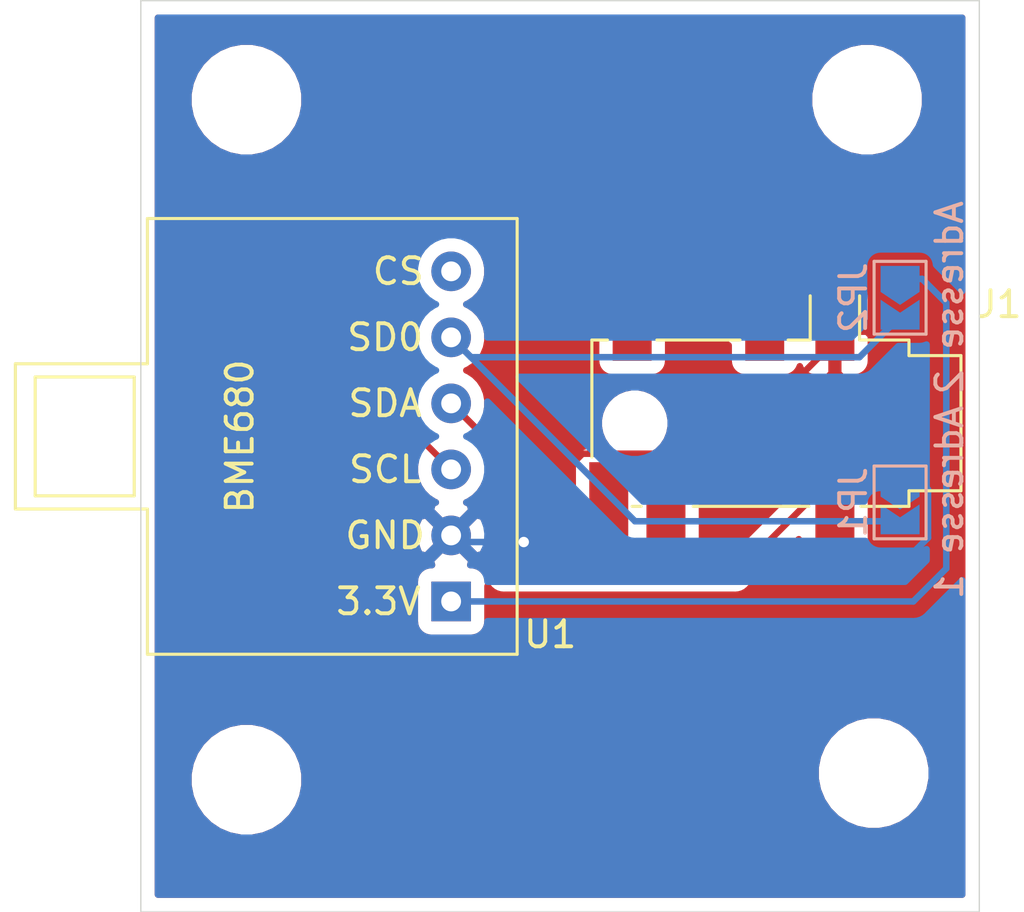
<source format=kicad_pcb>
(kicad_pcb (version 20171130) (host pcbnew "(5.1.2)-2")

  (general
    (thickness 1.6)
    (drawings 4)
    (tracks 38)
    (zones 0)
    (modules 8)
    (nets 7)
  )

  (page A4)
  (layers
    (0 F.Cu signal)
    (31 B.Cu signal)
    (32 B.Adhes user)
    (33 F.Adhes user)
    (34 B.Paste user)
    (35 F.Paste user)
    (36 B.SilkS user)
    (37 F.SilkS user)
    (38 B.Mask user)
    (39 F.Mask user)
    (40 Dwgs.User user)
    (41 Cmts.User user)
    (42 Eco1.User user)
    (43 Eco2.User user)
    (44 Edge.Cuts user)
    (45 Margin user)
    (46 B.CrtYd user)
    (47 F.CrtYd user)
    (48 B.Fab user)
    (49 F.Fab user)
  )

  (setup
    (last_trace_width 0.25)
    (trace_clearance 0.2)
    (zone_clearance 0.508)
    (zone_45_only no)
    (trace_min 0.2)
    (via_size 0.8)
    (via_drill 0.4)
    (via_min_size 0.4)
    (via_min_drill 0.3)
    (uvia_size 0.3)
    (uvia_drill 0.1)
    (uvias_allowed no)
    (uvia_min_size 0.2)
    (uvia_min_drill 0.1)
    (edge_width 0.05)
    (segment_width 0.2)
    (pcb_text_width 0.3)
    (pcb_text_size 1.5 1.5)
    (mod_edge_width 0.12)
    (mod_text_size 1 1)
    (mod_text_width 0.15)
    (pad_size 1.524 1.524)
    (pad_drill 0.762)
    (pad_to_mask_clearance 0.051)
    (solder_mask_min_width 0.25)
    (aux_axis_origin 0 0)
    (visible_elements FFFFEF7F)
    (pcbplotparams
      (layerselection 0x010fc_ffffffff)
      (usegerberextensions false)
      (usegerberattributes false)
      (usegerberadvancedattributes false)
      (creategerberjobfile false)
      (excludeedgelayer true)
      (linewidth 0.100000)
      (plotframeref false)
      (viasonmask false)
      (mode 1)
      (useauxorigin false)
      (hpglpennumber 1)
      (hpglpenspeed 20)
      (hpglpendiameter 15.000000)
      (psnegative false)
      (psa4output false)
      (plotreference true)
      (plotvalue true)
      (plotinvisibletext false)
      (padsonsilk false)
      (subtractmaskfromsilk false)
      (outputformat 1)
      (mirror false)
      (drillshape 1)
      (scaleselection 1)
      (outputdirectory ""))
  )

  (net 0 "")
  (net 1 "Net-(J1-PadR2)")
  (net 2 "Net-(J1-PadT)")
  (net 3 "Net-(J1-PadR1)")
  (net 4 "Net-(JP1-Pad2)")
  (net 5 "Net-(U1-Pad6)")
  (net 6 GND)

  (net_class Default "Ceci est la Netclass par défaut."
    (clearance 0.2)
    (trace_width 0.25)
    (via_dia 0.8)
    (via_drill 0.4)
    (uvia_dia 0.3)
    (uvia_drill 0.1)
    (add_net GND)
    (add_net "Net-(J1-PadR1)")
    (add_net "Net-(J1-PadR2)")
    (add_net "Net-(J1-PadT)")
    (add_net "Net-(JP1-Pad2)")
    (add_net "Net-(U1-Pad6)")
  )

  (module MountingHole:MountingHole_3.2mm_M3 (layer F.Cu) (tedit 56D1B4CB) (tstamp 5F2C5958)
    (at 137.922 82.296)
    (descr "Mounting Hole 3.2mm, no annular, M3")
    (tags "mounting hole 3.2mm no annular m3")
    (attr virtual)
    (fp_text reference REF** (at 0 -4.2) (layer F.SilkS) hide
      (effects (font (size 1 1) (thickness 0.15)))
    )
    (fp_text value M3 (at 0 4.2) (layer F.Fab)
      (effects (font (size 1 1) (thickness 0.15)))
    )
    (fp_text user %R (at 0.3 0) (layer F.Fab)
      (effects (font (size 1 1) (thickness 0.15)))
    )
    (fp_circle (center 0 0) (end 3.2 0) (layer Cmts.User) (width 0.15))
    (fp_circle (center 0 0) (end 3.45 0) (layer F.CrtYd) (width 0.05))
    (pad 1 np_thru_hole circle (at 0 0) (size 3.2 3.2) (drill 3.2) (layers *.Cu *.Mask))
  )

  (module MountingHole:MountingHole_3.2mm_M3 (layer F.Cu) (tedit 56D1B4CB) (tstamp 5F2C5D77)
    (at 162.052 82.042)
    (descr "Mounting Hole 3.2mm, no annular, M3")
    (tags "mounting hole 3.2mm no annular m3")
    (attr virtual)
    (fp_text reference REF** (at 0 -4.2) (layer F.SilkS) hide
      (effects (font (size 1 1) (thickness 0.15)))
    )
    (fp_text value M3 (at 0 4.2) (layer F.Fab)
      (effects (font (size 1 1) (thickness 0.15)))
    )
    (fp_circle (center 0 0) (end 3.45 0) (layer F.CrtYd) (width 0.05))
    (fp_circle (center 0 0) (end 3.2 0) (layer Cmts.User) (width 0.15))
    (fp_text user %R (at 0.3 0) (layer F.Fab)
      (effects (font (size 1 1) (thickness 0.15)))
    )
    (pad 1 np_thru_hole circle (at 0 0) (size 3.2 3.2) (drill 3.2) (layers *.Cu *.Mask))
  )

  (module MountingHole:MountingHole_3.2mm_M3 (layer F.Cu) (tedit 56D1B4CB) (tstamp 5F2C5D53)
    (at 137.922 56.134)
    (descr "Mounting Hole 3.2mm, no annular, M3")
    (tags "mounting hole 3.2mm no annular m3")
    (attr virtual)
    (fp_text reference REF** (at 0 -4.2) (layer F.SilkS) hide
      (effects (font (size 1 1) (thickness 0.15)))
    )
    (fp_text value MountingHole_3.2mm_M3 (at 0 4.2) (layer F.Fab)
      (effects (font (size 1 1) (thickness 0.15)))
    )
    (fp_circle (center 0 0) (end 3.45 0) (layer F.CrtYd) (width 0.05))
    (fp_circle (center 0 0) (end 3.2 0) (layer Cmts.User) (width 0.15))
    (fp_text user %R (at 0.3 0) (layer F.Fab)
      (effects (font (size 1 1) (thickness 0.15)))
    )
    (pad 1 np_thru_hole circle (at 0 0) (size 3.2 3.2) (drill 3.2) (layers *.Cu *.Mask))
  )

  (module MountingHole:MountingHole_3.2mm_M3 (layer F.Cu) (tedit 56D1B4CB) (tstamp 5F2C5946)
    (at 161.798 56.134)
    (descr "Mounting Hole 3.2mm, no annular, M3")
    (tags "mounting hole 3.2mm no annular m3")
    (attr virtual)
    (fp_text reference REF** (at 6.604 -3.302) (layer F.SilkS) hide
      (effects (font (size 1 1) (thickness 0.15)))
    )
    (fp_text value M3 (at 0.254 4.572) (layer F.Fab)
      (effects (font (size 1 1) (thickness 0.15)))
    )
    (fp_circle (center 0 0) (end 3.45 0) (layer F.CrtYd) (width 0.05))
    (fp_circle (center 0 0) (end 3.2 0) (layer Cmts.User) (width 0.15))
    (fp_text user %R (at 0.3 0) (layer F.Fab)
      (effects (font (size 1 1) (thickness 0.15)))
    )
    (pad 1 np_thru_hole circle (at 0 0) (size 3.2 3.2) (drill 3.2) (layers *.Cu *.Mask))
  )

  (module sechoir_solaire:BME680 (layer F.Cu) (tedit 5F2BF999) (tstamp 5F2C5446)
    (at 143.764 62.23 180)
    (path /5F2C0F60)
    (fp_text reference U1 (at -5.842 -14.478) (layer F.SilkS)
      (effects (font (size 1 1) (thickness 0.15)))
    )
    (fp_text value BME680 (at 6.096 -6.858 270) (layer F.SilkS)
      (effects (font (size 1 1) (thickness 0.15)))
    )
    (fp_text user CS (at 0 -0.508) (layer F.SilkS)
      (effects (font (size 1 1) (thickness 0.15)))
    )
    (fp_text user SD0 (at 0.508 -3.048) (layer F.SilkS)
      (effects (font (size 1 1) (thickness 0.15)))
    )
    (fp_text user SDA (at 0.508 -5.588) (layer F.SilkS)
      (effects (font (size 1 1) (thickness 0.15)))
    )
    (fp_text user SCL (at 0.508 -8.128) (layer F.SilkS)
      (effects (font (size 1 1) (thickness 0.15)))
    )
    (fp_text user GND (at 0.508 -10.668) (layer F.SilkS)
      (effects (font (size 1 1) (thickness 0.15)))
    )
    (fp_text user 3.3V (at 0.762 -13.208) (layer F.SilkS)
      (effects (font (size 1 1) (thickness 0.15)))
    )
    (fp_line (start 10.16 -4.572) (end 10.16 -9.144) (layer F.SilkS) (width 0.12))
    (fp_line (start 13.97 -4.572) (end 10.16 -4.572) (layer F.SilkS) (width 0.12))
    (fp_line (start 13.97 -9.144) (end 13.97 -4.572) (layer F.SilkS) (width 0.12))
    (fp_line (start 10.16 -9.144) (end 13.97 -9.144) (layer F.SilkS) (width 0.12))
    (fp_line (start -4.572 -15.24) (end -4.572 1.524) (layer F.SilkS) (width 0.12))
    (fp_line (start 9.652 -15.24) (end -4.572 -15.24) (layer F.SilkS) (width 0.12))
    (fp_line (start 9.652 -9.652) (end 9.652 -15.24) (layer F.SilkS) (width 0.12))
    (fp_line (start 14.732 -9.652) (end 9.652 -9.652) (layer F.SilkS) (width 0.12))
    (fp_line (start 14.732 -4.064) (end 14.732 -9.652) (layer F.SilkS) (width 0.12))
    (fp_line (start 9.652 -4.064) (end 14.732 -4.064) (layer F.SilkS) (width 0.12))
    (fp_line (start 9.652 1.524) (end 9.652 -4.064) (layer F.SilkS) (width 0.12))
    (fp_line (start -4.572 1.524) (end 9.652 1.524) (layer F.SilkS) (width 0.12))
    (pad 6 thru_hole circle (at -2.032 -0.508 180) (size 1.524 1.524) (drill 0.762) (layers *.Cu *.Mask)
      (net 5 "Net-(U1-Pad6)"))
    (pad 5 thru_hole circle (at -2.032 -3.048 180) (size 1.524 1.524) (drill 0.762) (layers *.Cu *.Mask)
      (net 4 "Net-(JP1-Pad2)"))
    (pad 4 thru_hole circle (at -2.032 -5.588 180) (size 1.524 1.524) (drill 0.762) (layers *.Cu *.Mask)
      (net 1 "Net-(J1-PadR2)"))
    (pad 3 thru_hole circle (at -2.032 -8.128 180) (size 1.524 1.524) (drill 0.762) (layers *.Cu *.Mask)
      (net 3 "Net-(J1-PadR1)"))
    (pad 2 thru_hole circle (at -2.032 -10.668 180) (size 1.524 1.524) (drill 0.762) (layers *.Cu *.Mask)
      (net 6 GND))
    (pad 1 thru_hole rect (at -2.032 -13.208 180) (size 1.524 1.524) (drill 0.762) (layers *.Cu *.Mask)
      (net 2 "Net-(J1-PadT)"))
    (model C:/Users/remi/Desktop/Sechoir_Solaire_Electronique/CJMCU-680.STEP
      (offset (xyz 3.5 7 2.5))
      (scale (xyz 1 1 1))
      (rotate (xyz 90 180 90))
    )
  )

  (module Jumper:SolderJumper-2_P1.3mm_Open_TrianglePad1.0x1.5mm (layer B.Cu) (tedit 5A64794F) (tstamp 5F2C542A)
    (at 163.068 63.754 270)
    (descr "SMD Solder Jumper, 1x1.5mm Triangular Pads, 0.3mm gap, open")
    (tags "solder jumper open")
    (path /5F2C2F8D)
    (attr virtual)
    (fp_text reference JP2 (at 0 1.8 90) (layer B.SilkS)
      (effects (font (size 1 1) (thickness 0.15)) (justify mirror))
    )
    (fp_text value "Adresse 2" (at 0 -1.9 90) (layer B.SilkS)
      (effects (font (size 1 1) (thickness 0.15)) (justify mirror))
    )
    (fp_line (start 1.65 -1.25) (end -1.65 -1.25) (layer B.CrtYd) (width 0.05))
    (fp_line (start 1.65 -1.25) (end 1.65 1.25) (layer B.CrtYd) (width 0.05))
    (fp_line (start -1.65 1.25) (end -1.65 -1.25) (layer B.CrtYd) (width 0.05))
    (fp_line (start -1.65 1.25) (end 1.65 1.25) (layer B.CrtYd) (width 0.05))
    (fp_line (start -1.4 1) (end 1.4 1) (layer B.SilkS) (width 0.12))
    (fp_line (start 1.4 1) (end 1.4 -1) (layer B.SilkS) (width 0.12))
    (fp_line (start 1.4 -1) (end -1.4 -1) (layer B.SilkS) (width 0.12))
    (fp_line (start -1.4 -1) (end -1.4 1) (layer B.SilkS) (width 0.12))
    (pad 1 smd custom (at -0.725 0 270) (size 0.3 0.3) (layers B.Cu B.Mask)
      (net 2 "Net-(J1-PadT)") (zone_connect 2)
      (options (clearance outline) (anchor rect))
      (primitives
        (gr_poly (pts
           (xy -0.5 0.75) (xy 0.5 0.75) (xy 1 0) (xy 0.5 -0.75) (xy -0.5 -0.75)
) (width 0))
      ))
    (pad 2 smd custom (at 0.725 0 270) (size 0.3 0.3) (layers B.Cu B.Mask)
      (net 4 "Net-(JP1-Pad2)") (zone_connect 2)
      (options (clearance outline) (anchor rect))
      (primitives
        (gr_poly (pts
           (xy -0.65 0.75) (xy 0.5 0.75) (xy 0.5 -0.75) (xy -0.65 -0.75) (xy -0.15 0)
) (width 0))
      ))
  )

  (module Jumper:SolderJumper-2_P1.3mm_Open_TrianglePad1.0x1.5mm (layer B.Cu) (tedit 5A64794F) (tstamp 5F2C541C)
    (at 163.068 71.628 270)
    (descr "SMD Solder Jumper, 1x1.5mm Triangular Pads, 0.3mm gap, open")
    (tags "solder jumper open")
    (path /5F2C2380)
    (attr virtual)
    (fp_text reference JP1 (at 0 1.8 90) (layer B.SilkS)
      (effects (font (size 1 1) (thickness 0.15)) (justify mirror))
    )
    (fp_text value "Adresse 1" (at 0 -1.9 90) (layer B.SilkS)
      (effects (font (size 1 1) (thickness 0.15)) (justify mirror))
    )
    (fp_line (start 1.65 -1.25) (end -1.65 -1.25) (layer B.CrtYd) (width 0.05))
    (fp_line (start 1.65 -1.25) (end 1.65 1.25) (layer B.CrtYd) (width 0.05))
    (fp_line (start -1.65 1.25) (end -1.65 -1.25) (layer B.CrtYd) (width 0.05))
    (fp_line (start -1.65 1.25) (end 1.65 1.25) (layer B.CrtYd) (width 0.05))
    (fp_line (start -1.4 1) (end 1.4 1) (layer B.SilkS) (width 0.12))
    (fp_line (start 1.4 1) (end 1.4 -1) (layer B.SilkS) (width 0.12))
    (fp_line (start 1.4 -1) (end -1.4 -1) (layer B.SilkS) (width 0.12))
    (fp_line (start -1.4 -1) (end -1.4 1) (layer B.SilkS) (width 0.12))
    (pad 1 smd custom (at -0.725 0 270) (size 0.3 0.3) (layers B.Cu B.Mask)
      (net 6 GND) (zone_connect 2)
      (options (clearance outline) (anchor rect))
      (primitives
        (gr_poly (pts
           (xy -0.5 0.75) (xy 0.5 0.75) (xy 1 0) (xy 0.5 -0.75) (xy -0.5 -0.75)
) (width 0))
      ))
    (pad 2 smd custom (at 0.725 0 270) (size 0.3 0.3) (layers B.Cu B.Mask)
      (net 4 "Net-(JP1-Pad2)") (zone_connect 2)
      (options (clearance outline) (anchor rect))
      (primitives
        (gr_poly (pts
           (xy -0.65 0.75) (xy 0.5 0.75) (xy 0.5 -0.75) (xy -0.65 -0.75) (xy -0.15 0)
) (width 0))
      ))
  )

  (module Connector_Audio:Jack_3.5mm_PJ31060-I_Horizontal (layer F.Cu) (tedit 5BC12C3B) (tstamp 5F2C540E)
    (at 156.21 68.58 270)
    (descr "PJ31060-I 6pin SMD 3.5mm headphones jack (http://www.china-bsun.com/Product48/1577.html)")
    (tags "headphones jack plug stereo 3.5mm PJ31060-I PJ31060")
    (path /5F2C3FFE)
    (attr smd)
    (fp_text reference J1 (at -4.572 -10.668 180) (layer F.SilkS)
      (effects (font (size 1 1) (thickness 0.15)))
    )
    (fp_text value AudioJack4 (at 0 6.82 90) (layer F.Fab)
      (effects (font (size 1 1) (thickness 0.15)))
    )
    (fp_circle (center -2.35 -4.3) (end -2.1 -4.3) (layer F.Fab) (width 0.12))
    (fp_line (start 5.85 5.6) (end -5.4 5.6) (layer F.CrtYd) (width 0.05))
    (fp_line (start 5.85 5.6) (end 5.85 -9.65) (layer F.CrtYd) (width 0.05))
    (fp_line (start -5.4 -9.65) (end -5.4 5.6) (layer F.CrtYd) (width 0.05))
    (fp_line (start -5.4 -9.65) (end 5.85 -9.65) (layer F.CrtYd) (width 0.05))
    (fp_line (start -2.5 -9.15) (end -2.5 -7.15) (layer F.Fab) (width 0.1))
    (fp_line (start 2.5 -9.15) (end -2.5 -9.15) (layer F.Fab) (width 0.1))
    (fp_line (start 2.5 -7.15) (end 2.5 -9.15) (layer F.Fab) (width 0.1))
    (fp_line (start 2.5 -7.15) (end 3.1 -7.15) (layer F.Fab) (width 0.1))
    (fp_line (start -2.5 -7.15) (end -3.1 -7.15) (layer F.Fab) (width 0.1))
    (fp_line (start 3.1 -7.15) (end 3.1 4.85) (layer F.Fab) (width 0.1))
    (fp_line (start -3.1 -7.15) (end -3.1 4.85) (layer F.Fab) (width 0.1))
    (fp_line (start 3.1 4.85) (end -3.1 4.85) (layer F.Fab) (width 0.1))
    (fp_line (start -3.2 5) (end -3.2 4.4) (layer F.SilkS) (width 0.12))
    (fp_line (start 1.3 5) (end -3.2 5) (layer F.SilkS) (width 0.12))
    (fp_line (start -3.2 2.5) (end -3.2 -0.7) (layer F.SilkS) (width 0.12))
    (fp_line (start -3.2 -2.55) (end -3.2 -3.4) (layer F.SilkS) (width 0.12))
    (fp_line (start 3.2 -7.2) (end 3.2 -5.35) (layer F.SilkS) (width 0.12))
    (fp_line (start 2.6 -7.2) (end 3.2 -7.2) (layer F.SilkS) (width 0.12))
    (fp_line (start 2.6 -9.2) (end 2.6 -7.2) (layer F.SilkS) (width 0.12))
    (fp_line (start -2.6 -9.2) (end 2.6 -9.2) (layer F.SilkS) (width 0.12))
    (fp_line (start -2.6 -7.2) (end -2.6 -9.2) (layer F.SilkS) (width 0.12))
    (fp_line (start -3.2 -7.2) (end -2.6 -7.2) (layer F.SilkS) (width 0.12))
    (fp_line (start -3.2 -5.3) (end -3.2 -7.2) (layer F.SilkS) (width 0.12))
    (fp_line (start 3.2 -3.35) (end 3.2 1.1) (layer F.SilkS) (width 0.12))
    (fp_line (start 3.2 3.1) (end 3.2 3.45) (layer F.SilkS) (width 0.12))
    (fp_line (start -3.2 -5.3) (end -4.9 -5.3) (layer F.SilkS) (width 0.12))
    (fp_line (start -4.9 -3.4) (end -3.2 -3.4) (layer F.SilkS) (width 0.12))
    (fp_text user %R (at 0 0 90) (layer F.Fab)
      (effects (font (size 1 1) (thickness 0.15)))
    )
    (pad R2 smd rect (at 3 -4.35 270) (size 3.4 1.5) (layers F.Cu F.Paste F.Mask)
      (net 1 "Net-(J1-PadR2)"))
    (pad "" np_thru_hole circle (at 0 3.35 270) (size 1.5 1.5) (drill 1.5) (layers *.Cu *.Mask))
    (pad T smd rect (at 3.65 2.15 270) (size 2.5 1.5) (layers F.Cu F.Paste F.Mask)
      (net 2 "Net-(J1-PadT)"))
    (pad TN smd rect (at 3.2 4.35 270) (size 3.4 1.5) (layers F.Cu F.Paste F.Mask))
    (pad S smd rect (at -3.65 -4.35 270) (size 2.5 1.5) (layers F.Cu F.Paste F.Mask)
      (net 6 GND))
    (pad R1 smd rect (at -3.65 -1.65 270) (size 2.5 1.5) (layers F.Cu F.Paste F.Mask)
      (net 3 "Net-(J1-PadR1)"))
    (pad R1N smd rect (at -3.65 3.45 270) (size 2.5 1.5) (layers F.Cu F.Paste F.Mask))
    (model ${KISYS3DMOD}/Connector_Audio.3dshapes/Jack_3.5mm_PJ31060-I_Horizontal.wrl
      (at (xyz 0 0 0))
      (scale (xyz 1 1 1))
      (rotate (xyz 0 0 0))
    )
    (model C:/Users/remi/Desktop/Sechoir_Solaire_Electronique/FC68128.STEP
      (offset (xyz -0.5 8 3))
      (scale (xyz 1 1 1))
      (rotate (xyz -90 0 -90))
    )
  )

  (gr_line (start 133.858 87.376) (end 133.858 52.324) (layer Edge.Cuts) (width 0.05))
  (gr_line (start 166.116 87.376) (end 133.858 87.376) (layer Edge.Cuts) (width 0.05))
  (gr_line (start 166.116 52.324) (end 166.116 87.376) (layer Edge.Cuts) (width 0.05))
  (gr_line (start 133.858 52.324) (end 166.116 52.324) (layer Edge.Cuts) (width 0.05))

  (segment (start 145.796 67.818) (end 147.828 69.85) (width 0.25) (layer F.Cu) (net 1))
  (segment (start 145.796 67.818) (end 146.883001 68.905001) (width 0.25) (layer F.Cu) (net 1))
  (segment (start 146.883001 68.905001) (end 147.828 69.85) (width 0.25) (layer F.Cu) (net 1))
  (segment (start 159.56 71.58) (end 160.56 71.58) (width 0.25) (layer F.Cu) (net 1))
  (segment (start 156.718 74.422) (end 159.56 71.58) (width 0.25) (layer F.Cu) (net 1))
  (segment (start 147.828 69.85) (end 147.828 74.422) (width 0.25) (layer F.Cu) (net 1))
  (segment (start 147.828 74.422) (end 156.718 74.422) (width 0.25) (layer F.Cu) (net 1))
  (segment (start 145.796 75.438) (end 163.576 75.438) (width 0.25) (layer B.Cu) (net 2))
  (segment (start 163.576 75.438) (end 164.846 74.168) (width 0.25) (layer B.Cu) (net 2))
  (segment (start 163.918 63.029) (end 163.068 63.029) (width 0.25) (layer B.Cu) (net 2))
  (segment (start 164.846 63.957) (end 163.918 63.029) (width 0.25) (layer B.Cu) (net 2))
  (segment (start 164.846 74.168) (end 164.846 63.957) (width 0.25) (layer B.Cu) (net 2))
  (segment (start 145.796 70.358) (end 143.764 68.326) (width 0.25) (layer F.Cu) (net 3))
  (segment (start 143.764 68.326) (end 143.764 62.23) (width 0.25) (layer F.Cu) (net 3))
  (segment (start 143.764 62.23) (end 144.78 61.214) (width 0.25) (layer F.Cu) (net 3))
  (segment (start 156.86 64.93) (end 157.86 64.93) (width 0.25) (layer F.Cu) (net 3))
  (segment (start 153.144 61.214) (end 156.86 64.93) (width 0.25) (layer F.Cu) (net 3))
  (segment (start 144.78 61.214) (end 153.144 61.214) (width 0.25) (layer F.Cu) (net 3))
  (segment (start 162.49729 65.04971) (end 163.068 64.479) (width 0.25) (layer B.Cu) (net 4))
  (segment (start 161.507001 66.039999) (end 162.49729 65.04971) (width 0.25) (layer B.Cu) (net 4))
  (segment (start 146.557999 66.039999) (end 161.507001 66.039999) (width 0.25) (layer B.Cu) (net 4))
  (segment (start 145.796 65.278) (end 146.557999 66.039999) (width 0.25) (layer B.Cu) (net 4))
  (segment (start 152.871 72.353) (end 145.796 65.278) (width 0.25) (layer B.Cu) (net 4))
  (segment (start 163.068 72.353) (end 152.871 72.353) (width 0.25) (layer B.Cu) (net 4))
  (via (at 148.59 73.152) (size 0.8) (drill 0.4) (layers F.Cu B.Cu) (net 6))
  (segment (start 148.59 72.014998) (end 148.59 73.152) (width 0.25) (layer F.Cu) (net 6))
  (segment (start 150.849999 69.754999) (end 148.59 72.014998) (width 0.25) (layer F.Cu) (net 6))
  (segment (start 156.235001 69.754999) (end 150.849999 69.754999) (width 0.25) (layer F.Cu) (net 6))
  (segment (start 160.56 64.93) (end 160.56 65.43) (width 0.25) (layer F.Cu) (net 6))
  (segment (start 160.56 65.43) (end 156.235001 69.754999) (width 0.25) (layer F.Cu) (net 6))
  (segment (start 146.05 73.152) (end 145.796 72.898) (width 0.25) (layer B.Cu) (net 6))
  (segment (start 148.59 73.152) (end 146.05 73.152) (width 0.25) (layer B.Cu) (net 6))
  (segment (start 163.918 70.903) (end 163.068 70.903) (width 0.25) (layer B.Cu) (net 6))
  (segment (start 164.14301 71.12801) (end 163.918 70.903) (width 0.25) (layer B.Cu) (net 6))
  (segment (start 164.14301 72.987626) (end 164.14301 71.12801) (width 0.25) (layer B.Cu) (net 6))
  (segment (start 163.145635 73.985001) (end 164.14301 72.987626) (width 0.25) (layer B.Cu) (net 6))
  (segment (start 146.883001 73.985001) (end 163.145635 73.985001) (width 0.25) (layer B.Cu) (net 6))
  (segment (start 145.796 72.898) (end 146.883001 73.985001) (width 0.25) (layer B.Cu) (net 6))

  (zone (net 6) (net_name GND) (layer F.Cu) (tstamp 5F2C64EE) (hatch edge 0.508)
    (connect_pads (clearance 0.508))
    (min_thickness 0.254)
    (fill yes (arc_segments 32) (thermal_gap 0.508) (thermal_bridge_width 0.508))
    (polygon
      (pts
        (xy 133.858 52.324) (xy 166.116 52.324) (xy 166.116 87.376) (xy 133.858 87.376)
      )
    )
    (filled_polygon
      (pts
        (xy 165.456001 86.716) (xy 134.518 86.716) (xy 134.518 82.075872) (xy 135.687 82.075872) (xy 135.687 82.516128)
        (xy 135.77289 82.947925) (xy 135.941369 83.354669) (xy 136.185962 83.720729) (xy 136.497271 84.032038) (xy 136.863331 84.276631)
        (xy 137.270075 84.44511) (xy 137.701872 84.531) (xy 138.142128 84.531) (xy 138.573925 84.44511) (xy 138.980669 84.276631)
        (xy 139.346729 84.032038) (xy 139.658038 83.720729) (xy 139.902631 83.354669) (xy 140.07111 82.947925) (xy 140.157 82.516128)
        (xy 140.157 82.075872) (xy 140.106477 81.821872) (xy 159.817 81.821872) (xy 159.817 82.262128) (xy 159.90289 82.693925)
        (xy 160.071369 83.100669) (xy 160.315962 83.466729) (xy 160.627271 83.778038) (xy 160.993331 84.022631) (xy 161.400075 84.19111)
        (xy 161.831872 84.277) (xy 162.272128 84.277) (xy 162.703925 84.19111) (xy 163.110669 84.022631) (xy 163.476729 83.778038)
        (xy 163.788038 83.466729) (xy 164.032631 83.100669) (xy 164.20111 82.693925) (xy 164.287 82.262128) (xy 164.287 81.821872)
        (xy 164.20111 81.390075) (xy 164.032631 80.983331) (xy 163.788038 80.617271) (xy 163.476729 80.305962) (xy 163.110669 80.061369)
        (xy 162.703925 79.89289) (xy 162.272128 79.807) (xy 161.831872 79.807) (xy 161.400075 79.89289) (xy 160.993331 80.061369)
        (xy 160.627271 80.305962) (xy 160.315962 80.617271) (xy 160.071369 80.983331) (xy 159.90289 81.390075) (xy 159.817 81.821872)
        (xy 140.106477 81.821872) (xy 140.07111 81.644075) (xy 139.902631 81.237331) (xy 139.658038 80.871271) (xy 139.346729 80.559962)
        (xy 138.980669 80.315369) (xy 138.573925 80.14689) (xy 138.142128 80.061) (xy 137.701872 80.061) (xy 137.270075 80.14689)
        (xy 136.863331 80.315369) (xy 136.497271 80.559962) (xy 136.185962 80.871271) (xy 135.941369 81.237331) (xy 135.77289 81.644075)
        (xy 135.687 82.075872) (xy 134.518 82.075872) (xy 134.518 72.970017) (xy 144.39409 72.970017) (xy 144.435078 73.242133)
        (xy 144.528364 73.501023) (xy 144.590344 73.61698) (xy 144.830435 73.68396) (xy 145.616395 72.898) (xy 144.830435 72.11204)
        (xy 144.590344 72.17902) (xy 144.473244 72.428048) (xy 144.406977 72.695135) (xy 144.39409 72.970017) (xy 134.518 72.970017)
        (xy 134.518 62.23) (xy 143.000324 62.23) (xy 143.004001 62.267332) (xy 143.004 68.288677) (xy 143.000324 68.326)
        (xy 143.004 68.363322) (xy 143.004 68.363332) (xy 143.014997 68.474985) (xy 143.056788 68.612754) (xy 143.058454 68.618246)
        (xy 143.129026 68.750276) (xy 143.133737 68.756016) (xy 143.223999 68.866001) (xy 143.253003 68.889804) (xy 144.429628 70.06643)
        (xy 144.399 70.220408) (xy 144.399 70.495592) (xy 144.452686 70.76549) (xy 144.557995 71.019727) (xy 144.71088 71.248535)
        (xy 144.905465 71.44312) (xy 145.134273 71.596005) (xy 145.205943 71.625692) (xy 145.192977 71.630364) (xy 145.07702 71.692344)
        (xy 145.01004 71.932435) (xy 145.796 72.718395) (xy 146.58196 71.932435) (xy 146.51498 71.692344) (xy 146.37924 71.628515)
        (xy 146.457727 71.596005) (xy 146.686535 71.44312) (xy 146.88112 71.248535) (xy 147.034005 71.019727) (xy 147.068 70.937656)
        (xy 147.068001 72.30709) (xy 147.063636 72.294977) (xy 147.001656 72.17902) (xy 146.761565 72.11204) (xy 145.975605 72.898)
        (xy 146.761565 73.68396) (xy 147.001656 73.61698) (xy 147.068001 73.475889) (xy 147.068001 74.296483) (xy 147.009185 74.224815)
        (xy 146.912494 74.145463) (xy 146.80218 74.086498) (xy 146.682482 74.050188) (xy 146.558 74.037928) (xy 146.533317 74.037928)
        (xy 146.58196 73.863565) (xy 145.796 73.077605) (xy 145.01004 73.863565) (xy 145.058683 74.037928) (xy 145.034 74.037928)
        (xy 144.909518 74.050188) (xy 144.78982 74.086498) (xy 144.679506 74.145463) (xy 144.582815 74.224815) (xy 144.503463 74.321506)
        (xy 144.444498 74.43182) (xy 144.408188 74.551518) (xy 144.395928 74.676) (xy 144.395928 76.2) (xy 144.408188 76.324482)
        (xy 144.444498 76.44418) (xy 144.503463 76.554494) (xy 144.582815 76.651185) (xy 144.679506 76.730537) (xy 144.78982 76.789502)
        (xy 144.909518 76.825812) (xy 145.034 76.838072) (xy 146.558 76.838072) (xy 146.682482 76.825812) (xy 146.80218 76.789502)
        (xy 146.912494 76.730537) (xy 147.009185 76.651185) (xy 147.088537 76.554494) (xy 147.147502 76.44418) (xy 147.183812 76.324482)
        (xy 147.196072 76.2) (xy 147.196072 74.849988) (xy 147.287999 74.962001) (xy 147.403724 75.056974) (xy 147.535753 75.127546)
        (xy 147.679014 75.171003) (xy 147.790667 75.182) (xy 147.828 75.185677) (xy 147.865333 75.182) (xy 156.680678 75.182)
        (xy 156.718 75.185676) (xy 156.755322 75.182) (xy 156.755333 75.182) (xy 156.866986 75.171003) (xy 157.010247 75.127546)
        (xy 157.142276 75.056974) (xy 157.258001 74.962001) (xy 157.281804 74.932997) (xy 159.171928 73.042874) (xy 159.171928 73.28)
        (xy 159.184188 73.404482) (xy 159.220498 73.52418) (xy 159.279463 73.634494) (xy 159.358815 73.731185) (xy 159.455506 73.810537)
        (xy 159.56582 73.869502) (xy 159.685518 73.905812) (xy 159.81 73.918072) (xy 161.31 73.918072) (xy 161.434482 73.905812)
        (xy 161.55418 73.869502) (xy 161.664494 73.810537) (xy 161.761185 73.731185) (xy 161.840537 73.634494) (xy 161.899502 73.52418)
        (xy 161.935812 73.404482) (xy 161.948072 73.28) (xy 161.948072 69.88) (xy 161.935812 69.755518) (xy 161.899502 69.63582)
        (xy 161.840537 69.525506) (xy 161.761185 69.428815) (xy 161.664494 69.349463) (xy 161.55418 69.290498) (xy 161.434482 69.254188)
        (xy 161.31 69.241928) (xy 159.81 69.241928) (xy 159.685518 69.254188) (xy 159.56582 69.290498) (xy 159.455506 69.349463)
        (xy 159.358815 69.428815) (xy 159.279463 69.525506) (xy 159.220498 69.63582) (xy 159.184188 69.755518) (xy 159.171928 69.88)
        (xy 159.171928 70.925674) (xy 159.135723 70.945026) (xy 159.093108 70.98) (xy 159.019999 71.039999) (xy 158.996201 71.068997)
        (xy 156.403199 73.662) (xy 155.418364 73.662) (xy 155.435812 73.604482) (xy 155.448072 73.48) (xy 155.448072 70.98)
        (xy 155.435812 70.855518) (xy 155.399502 70.73582) (xy 155.340537 70.625506) (xy 155.261185 70.528815) (xy 155.164494 70.449463)
        (xy 155.05418 70.390498) (xy 154.934482 70.354188) (xy 154.81 70.341928) (xy 153.31 70.341928) (xy 153.248072 70.348027)
        (xy 153.248072 70.08) (xy 153.235812 69.955518) (xy 153.224901 69.91955) (xy 153.263989 69.911775) (xy 153.516043 69.807371)
        (xy 153.742886 69.655799) (xy 153.935799 69.462886) (xy 154.087371 69.236043) (xy 154.191775 68.983989) (xy 154.245 68.716411)
        (xy 154.245 68.443589) (xy 154.191775 68.176011) (xy 154.087371 67.923957) (xy 153.935799 67.697114) (xy 153.742886 67.504201)
        (xy 153.516043 67.352629) (xy 153.263989 67.248225) (xy 152.996411 67.195) (xy 152.723589 67.195) (xy 152.456011 67.248225)
        (xy 152.203957 67.352629) (xy 151.977114 67.504201) (xy 151.784201 67.697114) (xy 151.632629 67.923957) (xy 151.528225 68.176011)
        (xy 151.475 68.443589) (xy 151.475 68.716411) (xy 151.528225 68.983989) (xy 151.632629 69.236043) (xy 151.770197 69.441928)
        (xy 151.11 69.441928) (xy 150.985518 69.454188) (xy 150.86582 69.490498) (xy 150.755506 69.549463) (xy 150.658815 69.628815)
        (xy 150.579463 69.725506) (xy 150.520498 69.83582) (xy 150.484188 69.955518) (xy 150.471928 70.08) (xy 150.471928 73.48)
        (xy 150.484188 73.604482) (xy 150.501636 73.662) (xy 148.588 73.662) (xy 148.588 69.887323) (xy 148.591676 69.85)
        (xy 148.588 69.812677) (xy 148.588 69.812667) (xy 148.577003 69.701014) (xy 148.533546 69.557753) (xy 148.485999 69.4688)
        (xy 148.462974 69.425723) (xy 148.423881 69.378089) (xy 148.391799 69.338996) (xy 148.391795 69.338992) (xy 148.368001 69.309999)
        (xy 148.339009 69.286206) (xy 147.665556 68.612754) (xy 147.162372 68.10957) (xy 147.193 67.955592) (xy 147.193 67.680408)
        (xy 147.139314 67.41051) (xy 147.034005 67.156273) (xy 146.88112 66.927465) (xy 146.686535 66.73288) (xy 146.457727 66.579995)
        (xy 146.380485 66.548) (xy 146.457727 66.516005) (xy 146.686535 66.36312) (xy 146.88112 66.168535) (xy 147.034005 65.939727)
        (xy 147.139314 65.68549) (xy 147.193 65.415592) (xy 147.193 65.140408) (xy 147.139314 64.87051) (xy 147.034005 64.616273)
        (xy 146.88112 64.387465) (xy 146.686535 64.19288) (xy 146.457727 64.039995) (xy 146.380485 64.008) (xy 146.457727 63.976005)
        (xy 146.686535 63.82312) (xy 146.829655 63.68) (xy 151.371928 63.68) (xy 151.371928 66.18) (xy 151.384188 66.304482)
        (xy 151.420498 66.42418) (xy 151.479463 66.534494) (xy 151.558815 66.631185) (xy 151.655506 66.710537) (xy 151.76582 66.769502)
        (xy 151.885518 66.805812) (xy 152.01 66.818072) (xy 153.51 66.818072) (xy 153.634482 66.805812) (xy 153.75418 66.769502)
        (xy 153.864494 66.710537) (xy 153.961185 66.631185) (xy 154.040537 66.534494) (xy 154.099502 66.42418) (xy 154.135812 66.304482)
        (xy 154.148072 66.18) (xy 154.148072 63.68) (xy 154.135812 63.555518) (xy 154.099502 63.43582) (xy 154.040537 63.325506)
        (xy 153.961185 63.228815) (xy 153.864494 63.149463) (xy 153.75418 63.090498) (xy 153.634482 63.054188) (xy 153.51 63.041928)
        (xy 152.01 63.041928) (xy 151.885518 63.054188) (xy 151.76582 63.090498) (xy 151.655506 63.149463) (xy 151.558815 63.228815)
        (xy 151.479463 63.325506) (xy 151.420498 63.43582) (xy 151.384188 63.555518) (xy 151.371928 63.68) (xy 146.829655 63.68)
        (xy 146.88112 63.628535) (xy 147.034005 63.399727) (xy 147.139314 63.14549) (xy 147.193 62.875592) (xy 147.193 62.600408)
        (xy 147.139314 62.33051) (xy 147.034005 62.076273) (xy 146.965668 61.974) (xy 152.829199 61.974) (xy 156.296201 65.441003)
        (xy 156.319999 65.470001) (xy 156.348997 65.493799) (xy 156.435724 65.564974) (xy 156.471928 65.584326) (xy 156.471928 66.18)
        (xy 156.484188 66.304482) (xy 156.520498 66.42418) (xy 156.579463 66.534494) (xy 156.658815 66.631185) (xy 156.755506 66.710537)
        (xy 156.86582 66.769502) (xy 156.985518 66.805812) (xy 157.11 66.818072) (xy 158.61 66.818072) (xy 158.734482 66.805812)
        (xy 158.85418 66.769502) (xy 158.964494 66.710537) (xy 159.061185 66.631185) (xy 159.140537 66.534494) (xy 159.199502 66.42418)
        (xy 159.21 66.389573) (xy 159.220498 66.42418) (xy 159.279463 66.534494) (xy 159.358815 66.631185) (xy 159.455506 66.710537)
        (xy 159.56582 66.769502) (xy 159.685518 66.805812) (xy 159.81 66.818072) (xy 160.27425 66.815) (xy 160.433 66.65625)
        (xy 160.433 65.057) (xy 160.687 65.057) (xy 160.687 66.65625) (xy 160.84575 66.815) (xy 161.31 66.818072)
        (xy 161.434482 66.805812) (xy 161.55418 66.769502) (xy 161.664494 66.710537) (xy 161.761185 66.631185) (xy 161.840537 66.534494)
        (xy 161.899502 66.42418) (xy 161.935812 66.304482) (xy 161.948072 66.18) (xy 161.945 65.21575) (xy 161.78625 65.057)
        (xy 160.687 65.057) (xy 160.433 65.057) (xy 160.413 65.057) (xy 160.413 64.803) (xy 160.433 64.803)
        (xy 160.433 63.20375) (xy 160.687 63.20375) (xy 160.687 64.803) (xy 161.78625 64.803) (xy 161.945 64.64425)
        (xy 161.948072 63.68) (xy 161.935812 63.555518) (xy 161.899502 63.43582) (xy 161.840537 63.325506) (xy 161.761185 63.228815)
        (xy 161.664494 63.149463) (xy 161.55418 63.090498) (xy 161.434482 63.054188) (xy 161.31 63.041928) (xy 160.84575 63.045)
        (xy 160.687 63.20375) (xy 160.433 63.20375) (xy 160.27425 63.045) (xy 159.81 63.041928) (xy 159.685518 63.054188)
        (xy 159.56582 63.090498) (xy 159.455506 63.149463) (xy 159.358815 63.228815) (xy 159.279463 63.325506) (xy 159.220498 63.43582)
        (xy 159.21 63.470427) (xy 159.199502 63.43582) (xy 159.140537 63.325506) (xy 159.061185 63.228815) (xy 158.964494 63.149463)
        (xy 158.85418 63.090498) (xy 158.734482 63.054188) (xy 158.61 63.041928) (xy 157.11 63.041928) (xy 156.985518 63.054188)
        (xy 156.86582 63.090498) (xy 156.755506 63.149463) (xy 156.658815 63.228815) (xy 156.579463 63.325506) (xy 156.520498 63.43582)
        (xy 156.501907 63.497105) (xy 153.707804 60.703003) (xy 153.684001 60.673999) (xy 153.568276 60.579026) (xy 153.436247 60.508454)
        (xy 153.292986 60.464997) (xy 153.181333 60.454) (xy 153.181322 60.454) (xy 153.144 60.450324) (xy 153.106678 60.454)
        (xy 144.817322 60.454) (xy 144.78 60.450324) (xy 144.742677 60.454) (xy 144.742667 60.454) (xy 144.631014 60.464997)
        (xy 144.487753 60.508454) (xy 144.355723 60.579026) (xy 144.272083 60.647668) (xy 144.239999 60.673999) (xy 144.216201 60.702997)
        (xy 143.252998 61.666201) (xy 143.224 61.689999) (xy 143.200202 61.718997) (xy 143.200201 61.718998) (xy 143.129026 61.805724)
        (xy 143.058454 61.937754) (xy 143.014998 62.081015) (xy 143.000324 62.23) (xy 134.518 62.23) (xy 134.518 55.913872)
        (xy 135.687 55.913872) (xy 135.687 56.354128) (xy 135.77289 56.785925) (xy 135.941369 57.192669) (xy 136.185962 57.558729)
        (xy 136.497271 57.870038) (xy 136.863331 58.114631) (xy 137.270075 58.28311) (xy 137.701872 58.369) (xy 138.142128 58.369)
        (xy 138.573925 58.28311) (xy 138.980669 58.114631) (xy 139.346729 57.870038) (xy 139.658038 57.558729) (xy 139.902631 57.192669)
        (xy 140.07111 56.785925) (xy 140.157 56.354128) (xy 140.157 55.913872) (xy 159.563 55.913872) (xy 159.563 56.354128)
        (xy 159.64889 56.785925) (xy 159.817369 57.192669) (xy 160.061962 57.558729) (xy 160.373271 57.870038) (xy 160.739331 58.114631)
        (xy 161.146075 58.28311) (xy 161.577872 58.369) (xy 162.018128 58.369) (xy 162.449925 58.28311) (xy 162.856669 58.114631)
        (xy 163.222729 57.870038) (xy 163.534038 57.558729) (xy 163.778631 57.192669) (xy 163.94711 56.785925) (xy 164.033 56.354128)
        (xy 164.033 55.913872) (xy 163.94711 55.482075) (xy 163.778631 55.075331) (xy 163.534038 54.709271) (xy 163.222729 54.397962)
        (xy 162.856669 54.153369) (xy 162.449925 53.98489) (xy 162.018128 53.899) (xy 161.577872 53.899) (xy 161.146075 53.98489)
        (xy 160.739331 54.153369) (xy 160.373271 54.397962) (xy 160.061962 54.709271) (xy 159.817369 55.075331) (xy 159.64889 55.482075)
        (xy 159.563 55.913872) (xy 140.157 55.913872) (xy 140.07111 55.482075) (xy 139.902631 55.075331) (xy 139.658038 54.709271)
        (xy 139.346729 54.397962) (xy 138.980669 54.153369) (xy 138.573925 53.98489) (xy 138.142128 53.899) (xy 137.701872 53.899)
        (xy 137.270075 53.98489) (xy 136.863331 54.153369) (xy 136.497271 54.397962) (xy 136.185962 54.709271) (xy 135.941369 55.075331)
        (xy 135.77289 55.482075) (xy 135.687 55.913872) (xy 134.518 55.913872) (xy 134.518 52.984) (xy 165.456 52.984)
      )
    )
  )
  (zone (net 6) (net_name GND) (layer B.Cu) (tstamp 5F2C64EB) (hatch edge 0.508)
    (connect_pads (clearance 0.508))
    (min_thickness 0.254)
    (fill yes (arc_segments 32) (thermal_gap 0.508) (thermal_bridge_width 0.508))
    (polygon
      (pts
        (xy 133.858 52.324) (xy 166.116 52.324) (xy 166.116 87.376) (xy 133.858 87.376)
      )
    )
    (filled_polygon
      (pts
        (xy 165.456 63.502293) (xy 165.386001 63.416999) (xy 165.357003 63.393201) (xy 164.481803 62.518002) (xy 164.458001 62.488999)
        (xy 164.451616 62.483759) (xy 164.443812 62.404518) (xy 164.407502 62.28482) (xy 164.348537 62.174506) (xy 164.269185 62.077815)
        (xy 164.172494 61.998463) (xy 164.06218 61.939498) (xy 163.942482 61.903188) (xy 163.818 61.890928) (xy 162.318 61.890928)
        (xy 162.193518 61.903188) (xy 162.07382 61.939498) (xy 161.963506 61.998463) (xy 161.866815 62.077815) (xy 161.787463 62.174506)
        (xy 161.728498 62.28482) (xy 161.692188 62.404518) (xy 161.679928 62.529) (xy 161.679928 63.529) (xy 161.692319 63.654136)
        (xy 161.699909 63.679064) (xy 161.692188 63.704518) (xy 161.679928 63.829) (xy 161.679928 64.79227) (xy 161.1922 65.279999)
        (xy 147.193 65.279999) (xy 147.193 65.140408) (xy 147.139314 64.87051) (xy 147.034005 64.616273) (xy 146.88112 64.387465)
        (xy 146.686535 64.19288) (xy 146.457727 64.039995) (xy 146.380485 64.008) (xy 146.457727 63.976005) (xy 146.686535 63.82312)
        (xy 146.88112 63.628535) (xy 147.034005 63.399727) (xy 147.139314 63.14549) (xy 147.193 62.875592) (xy 147.193 62.600408)
        (xy 147.139314 62.33051) (xy 147.034005 62.076273) (xy 146.88112 61.847465) (xy 146.686535 61.65288) (xy 146.457727 61.499995)
        (xy 146.20349 61.394686) (xy 145.933592 61.341) (xy 145.658408 61.341) (xy 145.38851 61.394686) (xy 145.134273 61.499995)
        (xy 144.905465 61.65288) (xy 144.71088 61.847465) (xy 144.557995 62.076273) (xy 144.452686 62.33051) (xy 144.399 62.600408)
        (xy 144.399 62.875592) (xy 144.452686 63.14549) (xy 144.557995 63.399727) (xy 144.71088 63.628535) (xy 144.905465 63.82312)
        (xy 145.134273 63.976005) (xy 145.211515 64.008) (xy 145.134273 64.039995) (xy 144.905465 64.19288) (xy 144.71088 64.387465)
        (xy 144.557995 64.616273) (xy 144.452686 64.87051) (xy 144.399 65.140408) (xy 144.399 65.415592) (xy 144.452686 65.68549)
        (xy 144.557995 65.939727) (xy 144.71088 66.168535) (xy 144.905465 66.36312) (xy 145.134273 66.516005) (xy 145.211515 66.548)
        (xy 145.134273 66.579995) (xy 144.905465 66.73288) (xy 144.71088 66.927465) (xy 144.557995 67.156273) (xy 144.452686 67.41051)
        (xy 144.399 67.680408) (xy 144.399 67.955592) (xy 144.452686 68.22549) (xy 144.557995 68.479727) (xy 144.71088 68.708535)
        (xy 144.905465 68.90312) (xy 145.134273 69.056005) (xy 145.211515 69.088) (xy 145.134273 69.119995) (xy 144.905465 69.27288)
        (xy 144.71088 69.467465) (xy 144.557995 69.696273) (xy 144.452686 69.95051) (xy 144.399 70.220408) (xy 144.399 70.495592)
        (xy 144.452686 70.76549) (xy 144.557995 71.019727) (xy 144.71088 71.248535) (xy 144.905465 71.44312) (xy 145.134273 71.596005)
        (xy 145.205943 71.625692) (xy 145.192977 71.630364) (xy 145.07702 71.692344) (xy 145.01004 71.932435) (xy 145.796 72.718395)
        (xy 146.58196 71.932435) (xy 146.51498 71.692344) (xy 146.37924 71.628515) (xy 146.457727 71.596005) (xy 146.686535 71.44312)
        (xy 146.88112 71.248535) (xy 147.034005 71.019727) (xy 147.139314 70.76549) (xy 147.193 70.495592) (xy 147.193 70.220408)
        (xy 147.139314 69.95051) (xy 147.034005 69.696273) (xy 146.88112 69.467465) (xy 146.686535 69.27288) (xy 146.457727 69.119995)
        (xy 146.380485 69.088) (xy 146.457727 69.056005) (xy 146.686535 68.90312) (xy 146.88112 68.708535) (xy 147.034005 68.479727)
        (xy 147.139314 68.22549) (xy 147.193 67.955592) (xy 147.193 67.749801) (xy 152.307201 72.864003) (xy 152.330999 72.893001)
        (xy 152.359997 72.916799) (xy 152.446723 72.987974) (xy 152.578753 73.058546) (xy 152.722014 73.102003) (xy 152.833667 73.113)
        (xy 152.833677 73.113) (xy 152.871 73.116676) (xy 152.908323 73.113) (xy 161.736954 73.113) (xy 161.787463 73.207494)
        (xy 161.866815 73.304185) (xy 161.963506 73.383537) (xy 162.07382 73.442502) (xy 162.193518 73.478812) (xy 162.318 73.491072)
        (xy 163.818 73.491072) (xy 163.942482 73.478812) (xy 164.06218 73.442502) (xy 164.086 73.42977) (xy 164.086 73.853198)
        (xy 163.261199 74.678) (xy 147.196072 74.678) (xy 147.196072 74.676) (xy 147.183812 74.551518) (xy 147.147502 74.43182)
        (xy 147.088537 74.321506) (xy 147.009185 74.224815) (xy 146.912494 74.145463) (xy 146.80218 74.086498) (xy 146.682482 74.050188)
        (xy 146.558 74.037928) (xy 146.533317 74.037928) (xy 146.58196 73.863565) (xy 145.796 73.077605) (xy 145.01004 73.863565)
        (xy 145.058683 74.037928) (xy 145.034 74.037928) (xy 144.909518 74.050188) (xy 144.78982 74.086498) (xy 144.679506 74.145463)
        (xy 144.582815 74.224815) (xy 144.503463 74.321506) (xy 144.444498 74.43182) (xy 144.408188 74.551518) (xy 144.395928 74.676)
        (xy 144.395928 76.2) (xy 144.408188 76.324482) (xy 144.444498 76.44418) (xy 144.503463 76.554494) (xy 144.582815 76.651185)
        (xy 144.679506 76.730537) (xy 144.78982 76.789502) (xy 144.909518 76.825812) (xy 145.034 76.838072) (xy 146.558 76.838072)
        (xy 146.682482 76.825812) (xy 146.80218 76.789502) (xy 146.912494 76.730537) (xy 147.009185 76.651185) (xy 147.088537 76.554494)
        (xy 147.147502 76.44418) (xy 147.183812 76.324482) (xy 147.196072 76.2) (xy 147.196072 76.198) (xy 163.538678 76.198)
        (xy 163.576 76.201676) (xy 163.613322 76.198) (xy 163.613333 76.198) (xy 163.724986 76.187003) (xy 163.868247 76.143546)
        (xy 164.000276 76.072974) (xy 164.116001 75.978001) (xy 164.139804 75.948997) (xy 165.357004 74.731798) (xy 165.386001 74.708001)
        (xy 165.456001 74.622706) (xy 165.456001 86.716) (xy 134.518 86.716) (xy 134.518 82.075872) (xy 135.687 82.075872)
        (xy 135.687 82.516128) (xy 135.77289 82.947925) (xy 135.941369 83.354669) (xy 136.185962 83.720729) (xy 136.497271 84.032038)
        (xy 136.863331 84.276631) (xy 137.270075 84.44511) (xy 137.701872 84.531) (xy 138.142128 84.531) (xy 138.573925 84.44511)
        (xy 138.980669 84.276631) (xy 139.346729 84.032038) (xy 139.658038 83.720729) (xy 139.902631 83.354669) (xy 140.07111 82.947925)
        (xy 140.157 82.516128) (xy 140.157 82.075872) (xy 140.106477 81.821872) (xy 159.817 81.821872) (xy 159.817 82.262128)
        (xy 159.90289 82.693925) (xy 160.071369 83.100669) (xy 160.315962 83.466729) (xy 160.627271 83.778038) (xy 160.993331 84.022631)
        (xy 161.400075 84.19111) (xy 161.831872 84.277) (xy 162.272128 84.277) (xy 162.703925 84.19111) (xy 163.110669 84.022631)
        (xy 163.476729 83.778038) (xy 163.788038 83.466729) (xy 164.032631 83.100669) (xy 164.20111 82.693925) (xy 164.287 82.262128)
        (xy 164.287 81.821872) (xy 164.20111 81.390075) (xy 164.032631 80.983331) (xy 163.788038 80.617271) (xy 163.476729 80.305962)
        (xy 163.110669 80.061369) (xy 162.703925 79.89289) (xy 162.272128 79.807) (xy 161.831872 79.807) (xy 161.400075 79.89289)
        (xy 160.993331 80.061369) (xy 160.627271 80.305962) (xy 160.315962 80.617271) (xy 160.071369 80.983331) (xy 159.90289 81.390075)
        (xy 159.817 81.821872) (xy 140.106477 81.821872) (xy 140.07111 81.644075) (xy 139.902631 81.237331) (xy 139.658038 80.871271)
        (xy 139.346729 80.559962) (xy 138.980669 80.315369) (xy 138.573925 80.14689) (xy 138.142128 80.061) (xy 137.701872 80.061)
        (xy 137.270075 80.14689) (xy 136.863331 80.315369) (xy 136.497271 80.559962) (xy 136.185962 80.871271) (xy 135.941369 81.237331)
        (xy 135.77289 81.644075) (xy 135.687 82.075872) (xy 134.518 82.075872) (xy 134.518 72.970017) (xy 144.39409 72.970017)
        (xy 144.435078 73.242133) (xy 144.528364 73.501023) (xy 144.590344 73.61698) (xy 144.830435 73.68396) (xy 145.616395 72.898)
        (xy 145.975605 72.898) (xy 146.761565 73.68396) (xy 147.001656 73.61698) (xy 147.118756 73.367952) (xy 147.185023 73.100865)
        (xy 147.19791 72.825983) (xy 147.156922 72.553867) (xy 147.063636 72.294977) (xy 147.001656 72.17902) (xy 146.761565 72.11204)
        (xy 145.975605 72.898) (xy 145.616395 72.898) (xy 144.830435 72.11204) (xy 144.590344 72.17902) (xy 144.473244 72.428048)
        (xy 144.406977 72.695135) (xy 144.39409 72.970017) (xy 134.518 72.970017) (xy 134.518 55.913872) (xy 135.687 55.913872)
        (xy 135.687 56.354128) (xy 135.77289 56.785925) (xy 135.941369 57.192669) (xy 136.185962 57.558729) (xy 136.497271 57.870038)
        (xy 136.863331 58.114631) (xy 137.270075 58.28311) (xy 137.701872 58.369) (xy 138.142128 58.369) (xy 138.573925 58.28311)
        (xy 138.980669 58.114631) (xy 139.346729 57.870038) (xy 139.658038 57.558729) (xy 139.902631 57.192669) (xy 140.07111 56.785925)
        (xy 140.157 56.354128) (xy 140.157 55.913872) (xy 159.563 55.913872) (xy 159.563 56.354128) (xy 159.64889 56.785925)
        (xy 159.817369 57.192669) (xy 160.061962 57.558729) (xy 160.373271 57.870038) (xy 160.739331 58.114631) (xy 161.146075 58.28311)
        (xy 161.577872 58.369) (xy 162.018128 58.369) (xy 162.449925 58.28311) (xy 162.856669 58.114631) (xy 163.222729 57.870038)
        (xy 163.534038 57.558729) (xy 163.778631 57.192669) (xy 163.94711 56.785925) (xy 164.033 56.354128) (xy 164.033 55.913872)
        (xy 163.94711 55.482075) (xy 163.778631 55.075331) (xy 163.534038 54.709271) (xy 163.222729 54.397962) (xy 162.856669 54.153369)
        (xy 162.449925 53.98489) (xy 162.018128 53.899) (xy 161.577872 53.899) (xy 161.146075 53.98489) (xy 160.739331 54.153369)
        (xy 160.373271 54.397962) (xy 160.061962 54.709271) (xy 159.817369 55.075331) (xy 159.64889 55.482075) (xy 159.563 55.913872)
        (xy 140.157 55.913872) (xy 140.07111 55.482075) (xy 139.902631 55.075331) (xy 139.658038 54.709271) (xy 139.346729 54.397962)
        (xy 138.980669 54.153369) (xy 138.573925 53.98489) (xy 138.142128 53.899) (xy 137.701872 53.899) (xy 137.270075 53.98489)
        (xy 136.863331 54.153369) (xy 136.497271 54.397962) (xy 136.185962 54.709271) (xy 135.941369 55.075331) (xy 135.77289 55.482075)
        (xy 135.687 55.913872) (xy 134.518 55.913872) (xy 134.518 52.984) (xy 165.456 52.984)
      )
    )
    (filled_polygon
      (pts
        (xy 164.086 71.126188) (xy 164.062796 71.113754) (xy 163.943136 71.077319) (xy 163.818667 71.064928) (xy 163.694173 71.077059)
        (xy 163.574437 71.113243) (xy 163.464061 71.172092) (xy 163.068 71.436133) (xy 162.671939 71.172092) (xy 162.56218 71.113498)
        (xy 162.442482 71.077188) (xy 162.318 71.064928) (xy 162.193518 71.077188) (xy 162.07382 71.113498) (xy 161.963506 71.172463)
        (xy 161.866815 71.251815) (xy 161.787463 71.348506) (xy 161.728498 71.45882) (xy 161.692188 71.578518) (xy 161.690762 71.593)
        (xy 153.185802 71.593) (xy 150.036391 68.443589) (xy 151.475 68.443589) (xy 151.475 68.716411) (xy 151.528225 68.983989)
        (xy 151.632629 69.236043) (xy 151.784201 69.462886) (xy 151.977114 69.655799) (xy 152.203957 69.807371) (xy 152.456011 69.911775)
        (xy 152.723589 69.965) (xy 152.996411 69.965) (xy 153.263989 69.911775) (xy 153.516043 69.807371) (xy 153.742886 69.655799)
        (xy 153.935799 69.462886) (xy 154.087371 69.236043) (xy 154.191775 68.983989) (xy 154.245 68.716411) (xy 154.245 68.443589)
        (xy 154.191775 68.176011) (xy 154.087371 67.923957) (xy 153.935799 67.697114) (xy 153.742886 67.504201) (xy 153.516043 67.352629)
        (xy 153.263989 67.248225) (xy 152.996411 67.195) (xy 152.723589 67.195) (xy 152.456011 67.248225) (xy 152.203957 67.352629)
        (xy 151.977114 67.504201) (xy 151.784201 67.697114) (xy 151.632629 67.923957) (xy 151.528225 68.176011) (xy 151.475 68.443589)
        (xy 150.036391 68.443589) (xy 148.3928 66.799999) (xy 161.469679 66.799999) (xy 161.507001 66.803675) (xy 161.544323 66.799999)
        (xy 161.544334 66.799999) (xy 161.655987 66.789002) (xy 161.799248 66.745545) (xy 161.931277 66.674973) (xy 162.047002 66.58)
        (xy 162.070805 66.550997) (xy 163.00473 65.617072) (xy 163.818 65.617072) (xy 163.942482 65.604812) (xy 164.06218 65.568502)
        (xy 164.086001 65.555769)
      )
    )
  )
)

</source>
